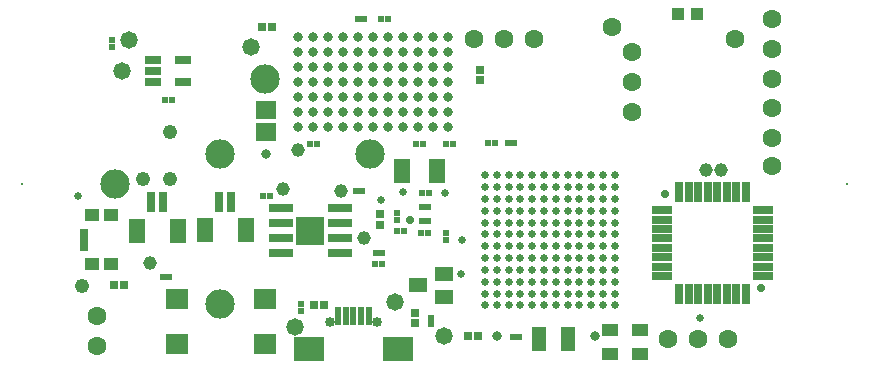
<source format=gts>
G04 Layer_Color=8388736*
%FSLAX43Y43*%
%MOMM*%
G71*
G01*
G75*
%ADD77R,0.563X0.543*%
%ADD78R,0.543X0.563*%
%ADD79R,1.413X0.793*%
%ADD80C,0.653*%
%ADD81R,1.346X1.092*%
%ADD82R,1.603X1.203*%
%ADD83R,0.753X1.903*%
%ADD84R,1.203X1.103*%
%ADD85R,1.353X2.023*%
%ADD86R,1.403X2.003*%
%ADD87R,0.803X1.753*%
%ADD88R,1.303X2.103*%
%ADD89R,1.873X1.758*%
%ADD90R,0.803X0.743*%
%ADD91R,0.743X0.803*%
%ADD92C,0.813*%
%ADD93R,1.703X1.503*%
%ADD94R,2.503X2.103*%
%ADD95R,0.603X1.603*%
%ADD96R,1.703X0.753*%
%ADD97R,0.753X1.703*%
%ADD98R,2.108X0.762*%
%ADD99R,2.489X2.489*%
%ADD100R,1.003X1.003*%
%ADD101C,1.600*%
%ADD102C,1.473*%
%ADD103C,0.853*%
%ADD104C,0.203*%
%ADD105C,2.489*%
%ADD106C,1.219*%
%ADD107C,1.168*%
%ADD108C,0.660*%
%ADD109C,0.711*%
%ADD110C,0.838*%
D77*
X-59284Y28449D02*
D03*
Y27889D02*
D03*
X-30937Y12142D02*
D03*
Y11582D02*
D03*
X-35077Y13259D02*
D03*
Y13819D02*
D03*
X-43282Y5563D02*
D03*
Y6123D02*
D03*
X-32258Y4953D02*
D03*
Y4393D02*
D03*
D78*
X-54737Y23393D02*
D03*
X-54177D02*
D03*
X-36397Y9500D02*
D03*
X-36372Y10465D02*
D03*
X-27375Y19761D02*
D03*
X-26815D02*
D03*
X-38049Y15697D02*
D03*
X-38609D02*
D03*
X-46432Y15291D02*
D03*
X-45872D02*
D03*
X-25189Y19736D02*
D03*
X-25749D02*
D03*
X-25325Y3353D02*
D03*
X-24765D02*
D03*
X-36932Y10465D02*
D03*
X-36957Y9500D02*
D03*
X-54407Y8382D02*
D03*
X-54967D02*
D03*
X-35079Y12268D02*
D03*
X-34519D02*
D03*
X-32435Y15494D02*
D03*
X-32995D02*
D03*
X-30371Y19660D02*
D03*
X-30931D02*
D03*
X-36449Y30226D02*
D03*
X-35889D02*
D03*
X-33478Y19660D02*
D03*
X-32918D02*
D03*
X-42494Y19685D02*
D03*
X-41934D02*
D03*
X-37897Y30251D02*
D03*
X-38457D02*
D03*
X-33020Y13157D02*
D03*
X-32460D02*
D03*
X-32511Y12141D02*
D03*
X-33071D02*
D03*
X-32461Y14326D02*
D03*
X-33021D02*
D03*
D79*
X-53274Y26782D02*
D03*
X-55784Y24882D02*
D03*
Y25832D02*
D03*
X-53274Y24882D02*
D03*
X-55784Y26782D02*
D03*
D80*
X-16673Y6011D02*
D03*
Y7011D02*
D03*
Y8011D02*
D03*
Y9011D02*
D03*
Y10011D02*
D03*
Y11011D02*
D03*
Y12011D02*
D03*
Y13011D02*
D03*
X-17673Y6011D02*
D03*
Y7011D02*
D03*
Y8011D02*
D03*
Y9011D02*
D03*
Y10011D02*
D03*
Y11011D02*
D03*
Y12011D02*
D03*
Y13011D02*
D03*
X-18673Y6011D02*
D03*
Y7011D02*
D03*
Y8011D02*
D03*
Y9011D02*
D03*
Y10011D02*
D03*
Y11011D02*
D03*
Y12011D02*
D03*
Y13011D02*
D03*
X-19673Y6011D02*
D03*
Y7011D02*
D03*
Y8011D02*
D03*
Y9011D02*
D03*
Y10011D02*
D03*
Y11011D02*
D03*
Y12011D02*
D03*
Y13011D02*
D03*
X-20673Y6011D02*
D03*
Y7011D02*
D03*
Y8011D02*
D03*
Y9011D02*
D03*
Y10011D02*
D03*
Y11011D02*
D03*
Y12011D02*
D03*
Y13011D02*
D03*
X-21673Y6011D02*
D03*
Y7011D02*
D03*
Y8011D02*
D03*
Y9011D02*
D03*
Y10011D02*
D03*
Y11011D02*
D03*
Y12011D02*
D03*
Y13011D02*
D03*
X-22673Y6011D02*
D03*
Y7011D02*
D03*
Y8011D02*
D03*
Y9011D02*
D03*
Y10011D02*
D03*
Y11011D02*
D03*
Y12011D02*
D03*
Y13011D02*
D03*
X-23673Y6011D02*
D03*
Y7011D02*
D03*
Y8011D02*
D03*
Y9011D02*
D03*
Y10011D02*
D03*
Y11011D02*
D03*
Y12011D02*
D03*
Y13011D02*
D03*
X-24673Y6011D02*
D03*
Y7011D02*
D03*
Y8011D02*
D03*
Y9011D02*
D03*
Y10011D02*
D03*
Y11011D02*
D03*
Y12011D02*
D03*
Y13011D02*
D03*
X-25673Y6011D02*
D03*
Y7011D02*
D03*
Y8011D02*
D03*
Y9011D02*
D03*
Y10011D02*
D03*
Y11011D02*
D03*
Y12011D02*
D03*
Y13011D02*
D03*
X-26673Y6011D02*
D03*
Y7011D02*
D03*
Y8011D02*
D03*
Y9011D02*
D03*
Y10011D02*
D03*
Y11011D02*
D03*
Y12011D02*
D03*
Y13011D02*
D03*
X-27673Y6011D02*
D03*
Y7011D02*
D03*
Y8011D02*
D03*
Y9011D02*
D03*
Y10011D02*
D03*
Y11011D02*
D03*
Y12011D02*
D03*
Y13011D02*
D03*
X-16673Y14011D02*
D03*
X-17673D02*
D03*
X-18673D02*
D03*
X-19673D02*
D03*
X-20673D02*
D03*
X-21673D02*
D03*
X-22673D02*
D03*
X-23673D02*
D03*
X-24673D02*
D03*
X-25673D02*
D03*
X-26673D02*
D03*
X-27673D02*
D03*
X-16673Y15011D02*
D03*
X-17673D02*
D03*
X-18673D02*
D03*
X-19673D02*
D03*
X-20673D02*
D03*
X-21673D02*
D03*
X-22673D02*
D03*
X-23673D02*
D03*
X-24673D02*
D03*
X-25673D02*
D03*
X-26673D02*
D03*
X-27673D02*
D03*
X-16673Y16011D02*
D03*
X-17673D02*
D03*
X-18673D02*
D03*
X-19673D02*
D03*
X-20673D02*
D03*
X-21673D02*
D03*
X-22673D02*
D03*
X-23673D02*
D03*
X-24673D02*
D03*
X-25673D02*
D03*
X-26673D02*
D03*
X-27673D02*
D03*
X-16673Y17011D02*
D03*
X-17673D02*
D03*
X-18673D02*
D03*
X-19673D02*
D03*
X-20673D02*
D03*
X-21673D02*
D03*
X-22673D02*
D03*
X-23673D02*
D03*
X-24673D02*
D03*
X-25673D02*
D03*
X-26673D02*
D03*
X-27673D02*
D03*
D81*
X-17043Y3962D02*
D03*
X-14503D02*
D03*
X-17043Y1930D02*
D03*
X-14503D02*
D03*
D82*
X-33366Y7706D02*
D03*
X-31166Y8656D02*
D03*
Y6756D02*
D03*
D83*
X-61598Y11582D02*
D03*
D84*
X-60973Y13632D02*
D03*
X-59373D02*
D03*
Y9532D02*
D03*
X-60973D02*
D03*
D85*
X-31752Y17374D02*
D03*
X-34722D02*
D03*
D86*
X-57161Y12294D02*
D03*
X-53670D02*
D03*
X-51395Y12370D02*
D03*
X-47904D02*
D03*
D87*
X-55947Y14728D02*
D03*
X-54947Y14728D02*
D03*
X-50181Y14804D02*
D03*
X-49181Y14804D02*
D03*
D88*
X-23099Y3175D02*
D03*
X-20599D02*
D03*
D89*
X-46330Y2733D02*
D03*
Y6563D02*
D03*
X-53746Y2723D02*
D03*
Y6553D02*
D03*
D90*
X-33553Y5383D02*
D03*
Y4523D02*
D03*
X-36525Y12852D02*
D03*
Y13712D02*
D03*
X-28092Y25932D02*
D03*
Y25072D02*
D03*
D91*
X-29105Y3378D02*
D03*
X-28245D02*
D03*
X-58244Y7722D02*
D03*
X-59104D02*
D03*
X-41279Y6045D02*
D03*
X-42139D02*
D03*
X-45722Y29540D02*
D03*
X-46582D02*
D03*
D92*
X-30836Y28753D02*
D03*
Y27483D02*
D03*
Y26213D02*
D03*
Y24943D02*
D03*
Y23673D02*
D03*
Y22403D02*
D03*
X-32106Y28753D02*
D03*
Y27483D02*
D03*
Y26213D02*
D03*
Y24943D02*
D03*
Y23673D02*
D03*
Y22403D02*
D03*
X-33376Y28753D02*
D03*
Y27483D02*
D03*
Y26213D02*
D03*
Y24943D02*
D03*
Y23673D02*
D03*
Y22403D02*
D03*
X-34646Y28753D02*
D03*
Y27483D02*
D03*
Y26213D02*
D03*
Y24943D02*
D03*
Y23673D02*
D03*
Y22403D02*
D03*
X-35916Y28753D02*
D03*
Y27483D02*
D03*
Y26213D02*
D03*
Y24943D02*
D03*
Y23673D02*
D03*
Y22403D02*
D03*
X-37186Y28753D02*
D03*
Y27483D02*
D03*
Y26213D02*
D03*
Y24943D02*
D03*
Y23673D02*
D03*
Y22403D02*
D03*
X-38456Y28753D02*
D03*
Y27483D02*
D03*
Y26213D02*
D03*
Y24943D02*
D03*
Y23673D02*
D03*
Y22403D02*
D03*
X-39726Y28753D02*
D03*
Y27483D02*
D03*
Y26213D02*
D03*
Y24943D02*
D03*
Y23673D02*
D03*
Y22403D02*
D03*
X-40996Y28753D02*
D03*
Y27483D02*
D03*
Y26213D02*
D03*
Y24943D02*
D03*
Y23673D02*
D03*
Y22403D02*
D03*
X-42266Y28753D02*
D03*
Y27483D02*
D03*
Y26213D02*
D03*
Y24943D02*
D03*
Y23673D02*
D03*
Y22403D02*
D03*
X-30836Y21133D02*
D03*
X-32106D02*
D03*
X-33376D02*
D03*
X-34646D02*
D03*
X-35916D02*
D03*
X-37186D02*
D03*
X-38456D02*
D03*
X-39726D02*
D03*
X-40996D02*
D03*
X-42266D02*
D03*
X-43536Y28753D02*
D03*
Y27483D02*
D03*
Y26213D02*
D03*
Y24943D02*
D03*
Y23673D02*
D03*
Y22403D02*
D03*
Y21133D02*
D03*
D93*
X-46203Y22565D02*
D03*
Y20665D02*
D03*
D94*
X-35061Y2337D02*
D03*
X-42561D02*
D03*
D95*
X-37511Y5087D02*
D03*
X-38161D02*
D03*
X-38811D02*
D03*
X-39461D02*
D03*
X-40111D02*
D03*
D96*
X-4107Y14078D02*
D03*
Y13278D02*
D03*
Y12478D02*
D03*
Y11678D02*
D03*
Y10878D02*
D03*
Y10078D02*
D03*
Y9278D02*
D03*
Y8478D02*
D03*
X-12707D02*
D03*
Y9278D02*
D03*
Y10078D02*
D03*
Y10878D02*
D03*
Y11678D02*
D03*
Y12478D02*
D03*
Y13278D02*
D03*
Y14078D02*
D03*
D97*
X-5607Y6978D02*
D03*
X-6407D02*
D03*
X-7207D02*
D03*
X-8007D02*
D03*
X-8807D02*
D03*
X-9607D02*
D03*
X-10407D02*
D03*
X-11207D02*
D03*
Y15578D02*
D03*
X-10407D02*
D03*
X-9607D02*
D03*
X-8807D02*
D03*
X-8007D02*
D03*
X-7207D02*
D03*
X-6407D02*
D03*
X-5607D02*
D03*
D98*
X-39980Y10439D02*
D03*
Y11709D02*
D03*
Y12979D02*
D03*
Y14249D02*
D03*
X-44958D02*
D03*
Y12979D02*
D03*
Y11709D02*
D03*
Y10439D02*
D03*
D99*
X-42469Y12344D02*
D03*
D100*
X-9716Y30658D02*
D03*
X-11366D02*
D03*
D101*
X-60503Y2540D02*
D03*
Y5080D02*
D03*
X-16891Y29591D02*
D03*
X-3353Y22758D02*
D03*
Y20218D02*
D03*
X-3327Y17780D02*
D03*
Y30277D02*
D03*
Y27737D02*
D03*
Y25197D02*
D03*
X-7112Y3175D02*
D03*
X-6477Y28575D02*
D03*
X-9652Y3175D02*
D03*
X-12192D02*
D03*
X-15240Y22352D02*
D03*
Y24892D02*
D03*
Y27432D02*
D03*
X-23495Y28575D02*
D03*
X-26035D02*
D03*
X-28575D02*
D03*
D102*
X-31115Y3404D02*
D03*
X-47473Y27864D02*
D03*
X-57780Y28448D02*
D03*
X-58420Y25832D02*
D03*
X-43713Y4166D02*
D03*
X-35255Y6299D02*
D03*
D103*
X-36811Y4587D02*
D03*
X-40811D02*
D03*
D104*
X2972Y16256D02*
D03*
X-66878D02*
D03*
D105*
X-37389Y18796D02*
D03*
X-46279Y25146D02*
D03*
X-50089Y6096D02*
D03*
X-58979Y16256D02*
D03*
X-50089Y18796D02*
D03*
D106*
X-54305Y20701D02*
D03*
X-61773Y7671D02*
D03*
X-56591Y16688D02*
D03*
X-54305D02*
D03*
D107*
X-56007Y9576D02*
D03*
X-7645Y17501D02*
D03*
X-8915Y17475D02*
D03*
X-43459Y19177D02*
D03*
X-37922Y11684D02*
D03*
X-39878Y15723D02*
D03*
X-44780Y15850D02*
D03*
D108*
X-62128Y15240D02*
D03*
X-9474Y4902D02*
D03*
X-29616Y11506D02*
D03*
X-31064Y15519D02*
D03*
X-29713Y8656D02*
D03*
X-34646Y15596D02*
D03*
X-36474Y14910D02*
D03*
D109*
X-33985Y13259D02*
D03*
X-4318Y7468D02*
D03*
X-12395Y15469D02*
D03*
D110*
X-18339Y3378D02*
D03*
X-26645D02*
D03*
X-46228Y18796D02*
D03*
M02*

</source>
